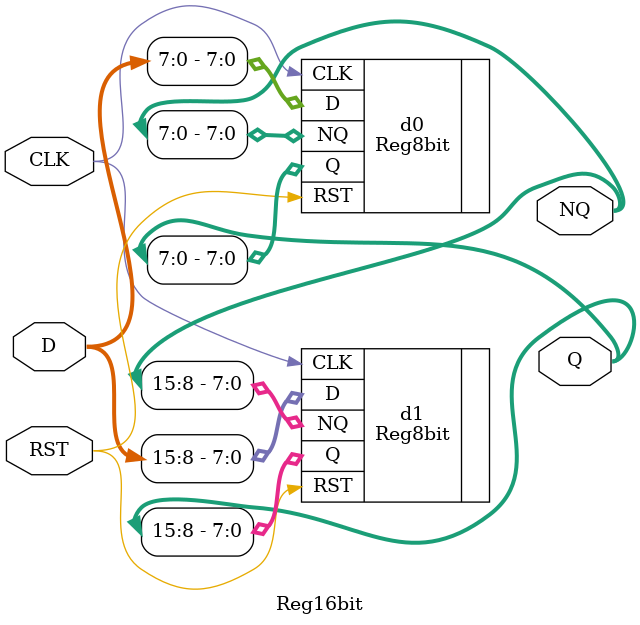
<source format=v>
`include "Reg8bit.v"

module Reg16bit(
  input wire [15:0] D,
  input wire RST, CLK,
  output wire [15:0] Q, NQ
);
  Reg8bit d0(
    .D (D[7:0]),
    .RST (RST),
    .CLK (CLK),
    .Q (Q[7:0]),
    .NQ (NQ[7:0])
  );
  Reg8bit d1(
    .D (D[15:8]),
    .RST (RST),
    .CLK (CLK),
    .Q (Q[15:8]),
    .NQ (NQ[15:8])
  );
  
endmodule
</source>
